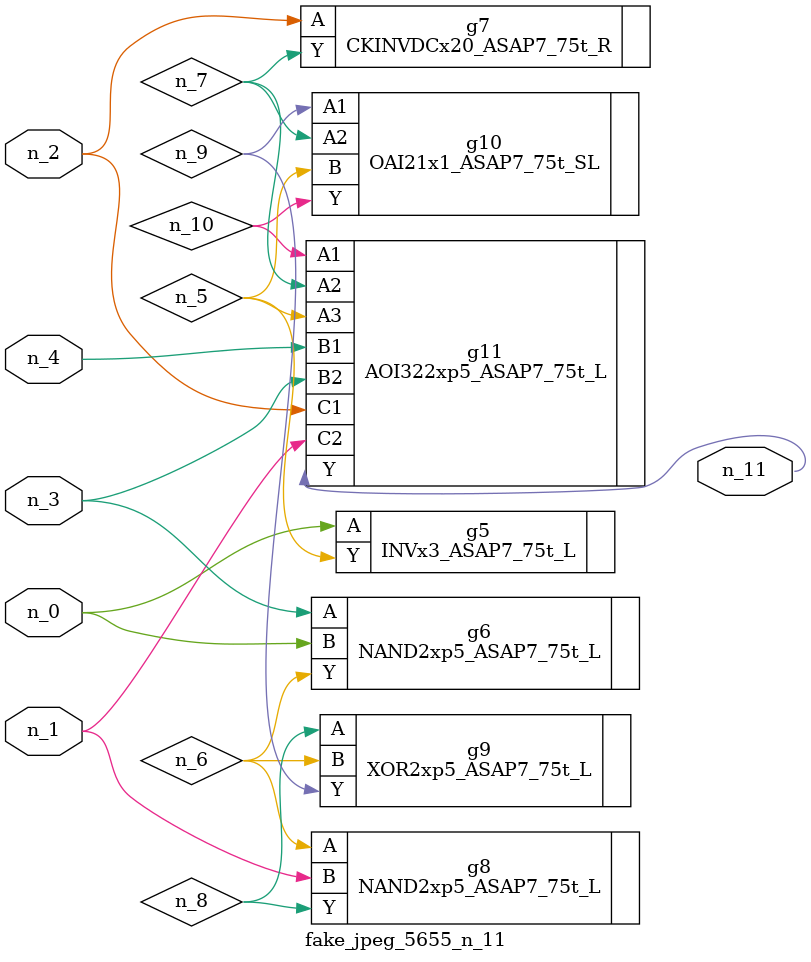
<source format=v>
module fake_jpeg_5655_n_11 (n_3, n_2, n_1, n_0, n_4, n_11);

input n_3;
input n_2;
input n_1;
input n_0;
input n_4;

output n_11;

wire n_10;
wire n_8;
wire n_9;
wire n_6;
wire n_5;
wire n_7;

INVx3_ASAP7_75t_L g5 ( 
.A(n_0),
.Y(n_5)
);

NAND2xp5_ASAP7_75t_L g6 ( 
.A(n_3),
.B(n_0),
.Y(n_6)
);

CKINVDCx20_ASAP7_75t_R g7 ( 
.A(n_2),
.Y(n_7)
);

NAND2xp5_ASAP7_75t_L g8 ( 
.A(n_6),
.B(n_1),
.Y(n_8)
);

XOR2xp5_ASAP7_75t_L g9 ( 
.A(n_8),
.B(n_6),
.Y(n_9)
);

OAI21x1_ASAP7_75t_SL g10 ( 
.A1(n_9),
.A2(n_7),
.B(n_5),
.Y(n_10)
);

AOI322xp5_ASAP7_75t_L g11 ( 
.A1(n_10),
.A2(n_7),
.A3(n_5),
.B1(n_4),
.B2(n_3),
.C1(n_2),
.C2(n_1),
.Y(n_11)
);


endmodule
</source>
